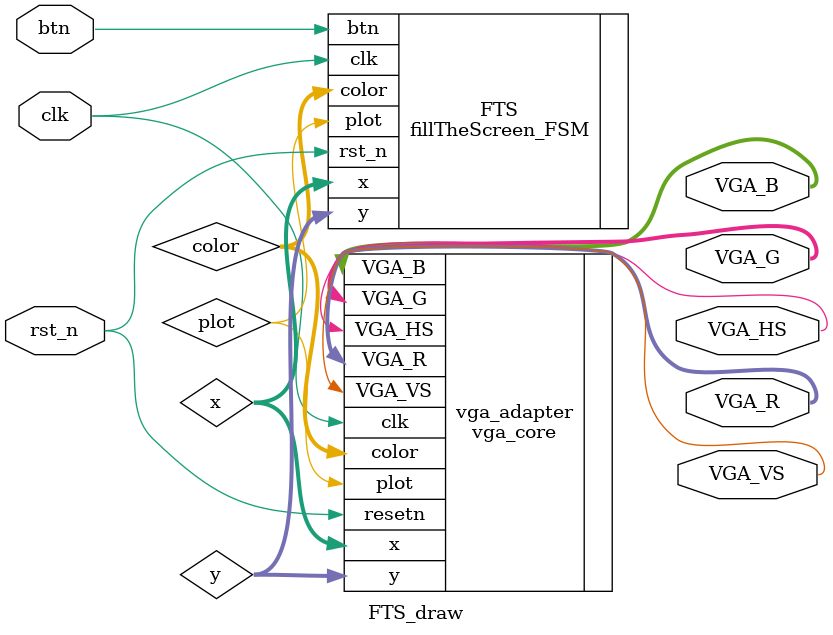
<source format=sv>
module FTS_draw (
    input             clk,
    input             rst_n,
    input             btn,
    output wire [3:0] VGA_R,
    output wire [3:0] VGA_G,
    output wire [3:0] VGA_B,
    output wire       VGA_HS,  // Horizontal sync
    output wire       VGA_VS   // Vertical sync
);

  logic [6:0] y;
  logic [7:0] x;
  logic [2:0] color;
  logic plot;

  fillTheScreen_FSM FTS (
      .clk(clk),
      .rst_n(rst_n),
      .btn(btn),
      .x(x),
      .y(y),
      .plot(plot),
      .color(color)
  );

  vga_core vga_adapter (
      .clk(clk),  // Clock input
      .resetn(rst_n),  // resetn signal
      .x(x),  // X-coordinate (8 bits for 160)
      .y(y),  // Y-coordinate (7 bits for 120)
      .color(color),  // Pixel color input (3 bits)
      .plot(plot),  // Write enable
      .VGA_R(VGA_R),  // VGA red channel
      .VGA_G(VGA_G),  // VGA green channel
      .VGA_B(VGA_B),  // VGA blue channel
      .VGA_HS(VGA_HS),  // Horizontal sync
      .VGA_VS(VGA_VS)  // Vertical sync
  );

endmodule

</source>
